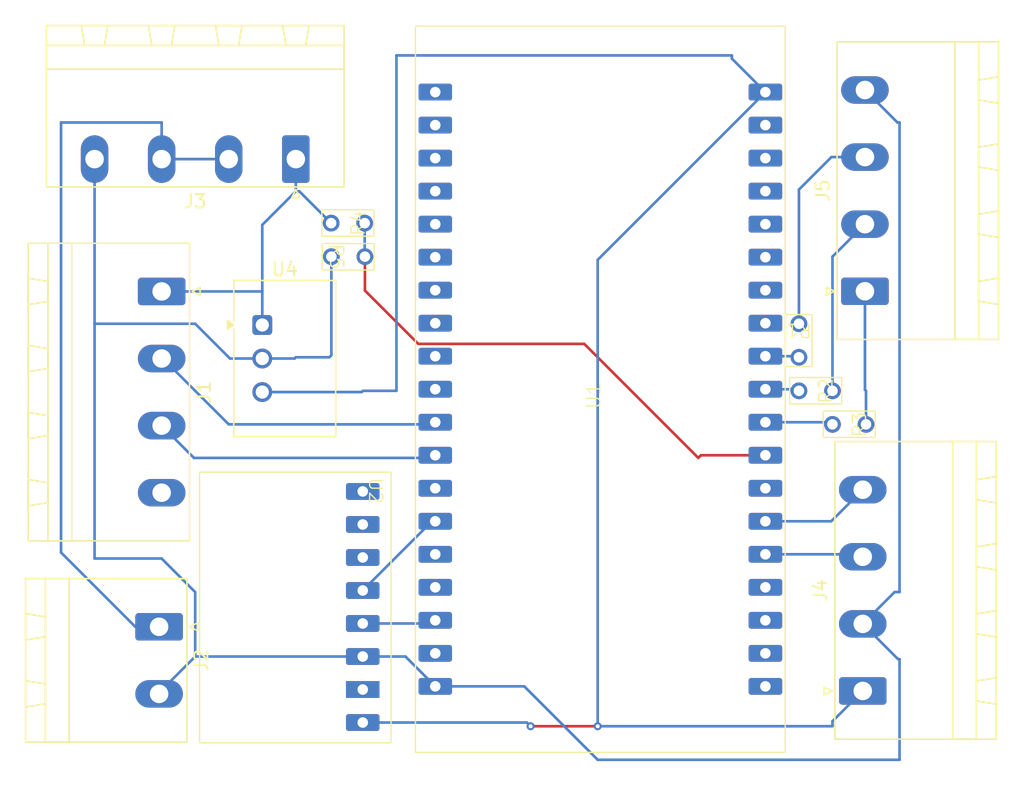
<source format=kicad_pcb>
(kicad_pcb (version 20241229) (generator "pcbnew") (generator_version "9.0")
  (layers (0 "F.Cu" signal) (2 "B.Cu" signal) (13 "F.Paste" user) (15 "B.Paste" user) (5 "F.SilkS" user "F.Silkscreen") (7 "B.SilkS" user "B.Silkscreen") (1 "F.Mask" user) (3 "B.Mask" user) (25 "Edge.Cuts" user))
  (net 0 "")
  (net 1 "Net-(J1-Pin_1)")
  (net 3 "Net-(J1-Pin_2)")
  (net 4 "Net-(J1-Pin_3)")
  (net 5 "Net-(J2-Pin_2)")
  (net 6 "Net-(J2-Pin_1)")
  (net 7 "Net-(J4-Pin_3)")
  (net 8 "Net-(J4-Pin_4)")
  (net 9 "Net-(J5-Pin_2)")
  (net 10 "Net-(J5-Pin_1)")
  (net 11 "Net-(J5-Pin_3)")
  (net 16 "Net-(U1-G22)")
  (net 18 "Net-(U1-G21)")
  (net 24 "Net-(U1-G33)")
  (net 42 "Net-(J4-Pin_1)")
  (net 44 "Net-(U1-G26)")
  (net 45 "Net-(U1-G27)")
  (net 46 "Net-(U1-G25)")
  (footprint "My Symbols Footprints:GY-511" (layer "F.Cu") (at 198.108628 71.120027 -90)
    (property "Reference" "U2" (at -0.056443 -0.978677 270) (layer "F.SilkS") (effects (font (thickness 0.1))))
    (property "Value" "~" (hide yes))
    (fp_rect (start -1.462191 -2.141736) (end 19.037809 12.358264) (stroke (width 0.1)) (fill no) (layer "F.SilkS"))
    (pad "1" thru_hole roundrect (at 17.5 0) (size 2.54 1.27) (drill 0.8) (layers "*.Cu" "*.Mask") (roundrect_rratio 0.15) (net 42 "Net-(J4-Pin_1)"))
    (pad "2" thru_hole rect (at 15 0) (size 2.54 1.27) (drill 0.8) (layers "*.Cu" "*.Mask"))
    (pad "3" thru_hole roundrect (at 12.5 0) (size 2.54 1.27) (drill 0.8) (layers "*.Cu" "*.Mask") (roundrect_rratio 0.15) (net 5 "Net-(J2-Pin_2)"))
    (pad "4" thru_hole roundrect (at 10 0) (size 2.54 1.27) (drill 0.8) (layers "*.Cu" "*.Mask") (roundrect_rratio 0.15) (net 16 "Net-(U1-G22)"))
    (pad "5" thru_hole roundrect (at 7.5 0) (size 2.54 1.27) (drill 0.8) (layers "*.Cu" "*.Mask") (roundrect_rratio 0.15) (net 18 "Net-(U1-G21)"))
    (pad "6" thru_hole roundrect (at 5 0) (size 2.54 1.27) (drill 0.8) (layers "*.Cu" "*.Mask") (roundrect_rratio 0.15))
    (pad "7" thru_hole roundrect (at 2.5 0) (size 2.54 1.27) (drill 0.8) (layers "*.Cu" "*.Mask") (roundrect_rratio 0.15))
    (pad "8" thru_hole roundrect (at 0 0) (size 2.54 1.27) (drill 0.8) (layers "*.Cu" "*.Mask") (roundrect_rratio 0.15))
  )
  (footprint "My Symbols Footprints:Resistor upright" (layer "F.Cu") (at 236.22 66.04 90)
    (property "Reference" "R3" (at 0 -0.5 90) (layer "F.SilkS") (effects (font (thickness 0.1))))
    (property "Value" "68")
    (fp_rect (start -0.991614 -3.240492) (end 1.008497 0.694509) (stroke (width 0.1)) (fill no) (layer "F.SilkS"))
    (pad "1" thru_hole roundrect (at 0 -2.54 90) (size 1.27 1.27) (drill 0.8) (layers "*.Cu" "*.Mask") (roundrect_rratio 0.5) (net 46 "Net-(U1-G25)"))
    (pad "2" thru_hole roundrect (at 0 0 90) (size 1.27 1.27) (drill 0.8) (layers "*.Cu" "*.Mask") (roundrect_rratio 0.5) (net 10 "Net-(J5-Pin_1)"))
  )
  (footprint "Connector_Phoenix_MSTB:PhoenixContact_MSTBA_2,5_4-G-5,08_1x04_P5.08mm_Horizontal" (layer "F.Cu") (at 236.1393 55.959601 90)
    (property "Reference" "J5" (at 7.62 -3.2 90) (layer "F.SilkS"))
    (property "Value" "Indicator LED")
    (fp_line (start 0.3 -2.91) (end 0 -2.31) (stroke (width 0.12)) (layer "F.SilkS"))
    (fp_line (start -0.3 -2.91) (end 0.3 -2.91) (stroke (width 0.12)) (layer "F.SilkS"))
    (fp_line (start 0 -2.31) (end -0.3 -2.91) (stroke (width 0.12)) (layer "F.SilkS"))
    (fp_line (start 18.89 -2.11) (end -3.65 -2.11) (stroke (width 0.12)) (layer "F.SilkS"))
    (fp_line (start -3.65 -2.11) (end -3.65 10.11) (stroke (width 0.12)) (layer "F.SilkS"))
    (fp_line (start 18.89 6.81) (end 18.89 8.61) (stroke (width 0.12)) (layer "F.SilkS"))
    (fp_line (start -3.65 6.81) (end 18.89 6.81) (stroke (width 0.12)) (layer "F.SilkS"))
    (fp_line (start 18.89 8.61) (end -3.65 8.61) (stroke (width 0.12)) (layer "F.SilkS"))
    (fp_line (start 15.99 8.61) (end 14.49 8.61) (stroke (width 0.12)) (layer "F.SilkS"))
    (fp_line (start 14.49 8.61) (end 14.24 10.11) (stroke (width 0.12)) (layer "F.SilkS"))
    (fp_line (start 10.91 8.61) (end 9.41 8.61) (stroke (width 0.12)) (layer "F.SilkS"))
    (fp_line (start 9.41 8.61) (end 9.16 10.11) (stroke (width 0.12)) (layer "F.SilkS"))
    (fp_line (start 5.83 8.61) (end 4.33 8.61) (stroke (width 0.12)) (layer "F.SilkS"))
    (fp_line (start 4.33 8.61) (end 4.08 10.11) (stroke (width 0.12)) (layer "F.SilkS"))
    (fp_line (start 0.75 8.61) (end -0.75 8.61) (stroke (width 0.12)) (layer "F.SilkS"))
    (fp_line (start -0.75 8.61) (end -1 10.11) (stroke (width 0.12)) (layer "F.SilkS"))
    (fp_line (start -3.65 8.61) (end -3.65 6.81) (stroke (width 0.12)) (layer "F.SilkS"))
    (fp_line (start 18.89 10.11) (end 18.89 -2.11) (stroke (width 0.12)) (layer "F.SilkS"))
    (fp_line (start 16.24 10.11) (end 15.99 8.61) (stroke (width 0.12)) (layer "F.SilkS"))
    (fp_line (start 14.24 10.11) (end 16.24 10.11) (stroke (width 0.12)) (layer "F.SilkS"))
    (fp_line (start 11.16 10.11) (end 10.91 8.61) (stroke (width 0.12)) (layer "F.SilkS"))
    (fp_line (start 9.16 10.11) (end 11.16 10.11) (stroke (width 0.12)) (layer "F.SilkS"))
    (fp_line (start 6.08 10.11) (end 5.83 8.61) (stroke (width 0.12)) (layer "F.SilkS"))
    (fp_line (start 4.08 10.11) (end 6.08 10.11) (stroke (width 0.12)) (layer "F.SilkS"))
    (fp_line (start 1 10.11) (end 0.75 8.61) (stroke (width 0.12)) (layer "F.SilkS"))
    (fp_line (start -1 10.11) (end 1 10.11) (stroke (width 0.12)) (layer "F.SilkS"))
    (fp_line (start -3.65 10.11) (end 18.89 10.11) (stroke (width 0.12)) (layer "F.SilkS"))
    (pad "1" thru_hole roundrect (at 0 0 90) (size 2.08 3.6) (drill 1.4) (layers "*.Cu" "*.Mask") (roundrect_rratio 0.120192) (net 10 "Net-(J5-Pin_1)"))
    (pad "2" thru_hole oval (at 5.08 0 90) (size 2.08 3.6) (drill 1.4) (layers "*.Cu" "*.Mask") (net 9 "Net-(J5-Pin_2)"))
    (pad "3" thru_hole oval (at 10.16 0 90) (size 2.08 3.6) (drill 1.4) (layers "*.Cu" "*.Mask") (net 11 "Net-(J5-Pin_3)"))
    (pad "4" thru_hole oval (at 15.24 0 90) (size 2.08 3.6) (drill 1.4) (layers "*.Cu" "*.Mask") (net 5 "Net-(J2-Pin_2)"))
  )
  (footprint "Connector_Phoenix_MSTB:PhoenixContact_MSTBA_2,5_4-G-5,08_1x04_P5.08mm_Horizontal" (layer "F.Cu") (at 182.88 55.974074 -90)
    (property "Reference" "J1" (at 7.62 -3.2 90) (layer "F.SilkS"))
    (property "Value" "Motor/Battery Unit Control")
    (fp_line (start -3.65 10.11) (end 18.89 10.11) (stroke (width 0.12)) (layer "F.SilkS"))
    (fp_line (start -1 10.11) (end 1 10.11) (stroke (width 0.12)) (layer "F.SilkS"))
    (fp_line (start 1 10.11) (end 0.75 8.61) (stroke (width 0.12)) (layer "F.SilkS"))
    (fp_line (start 4.08 10.11) (end 6.08 10.11) (stroke (width 0.12)) (layer "F.SilkS"))
    (fp_line (start 6.08 10.11) (end 5.83 8.61) (stroke (width 0.12)) (layer "F.SilkS"))
    (fp_line (start 9.16 10.11) (end 11.16 10.11) (stroke (width 0.12)) (layer "F.SilkS"))
    (fp_line (start 11.16 10.11) (end 10.91 8.61) (stroke (width 0.12)) (layer "F.SilkS"))
    (fp_line (start 14.24 10.11) (end 16.24 10.11) (stroke (width 0.12)) (layer "F.SilkS"))
    (fp_line (start 16.24 10.11) (end 15.99 8.61) (stroke (width 0.12)) (layer "F.SilkS"))
    (fp_line (start 18.89 10.11) (end 18.89 -2.11) (stroke (width 0.12)) (layer "F.SilkS"))
    (fp_line (start -3.65 8.61) (end -3.65 6.81) (stroke (width 0.12)) (layer "F.SilkS"))
    (fp_line (start -0.75 8.61) (end -1 10.11) (stroke (width 0.12)) (layer "F.SilkS"))
    (fp_line (start 0.75 8.61) (end -0.75 8.61) (stroke (width 0.12)) (layer "F.SilkS"))
    (fp_line (start 4.33 8.61) (end 4.08 10.11) (stroke (width 0.12)) (layer "F.SilkS"))
    (fp_line (start 5.83 8.61) (end 4.33 8.61) (stroke (width 0.12)) (layer "F.SilkS"))
    (fp_line (start 9.41 8.61) (end 9.16 10.11) (stroke (width 0.12)) (layer "F.SilkS"))
    (fp_line (start 10.91 8.61) (end 9.41 8.61) (stroke (width 0.12)) (layer "F.SilkS"))
    (fp_line (start 14.49 8.61) (end 14.24 10.11) (stroke (width 0.12)) (layer "F.SilkS"))
    (fp_line (start 15.99 8.61) (end 14.49 8.61) (stroke (width 0.12)) (layer "F.SilkS"))
    (fp_line (start 18.89 8.61) (end -3.65 8.61) (stroke (width 0.12)) (layer "F.SilkS"))
    (fp_line (start -3.65 6.81) (end 18.89 6.81) (stroke (width 0.12)) (layer "F.SilkS"))
    (fp_line (start 18.89 6.81) (end 18.89 8.61) (stroke (width 0.12)) (layer "F.SilkS"))
    (fp_line (start -3.65 -2.11) (end -3.65 10.11) (stroke (width 0.12)) (layer "F.SilkS"))
    (fp_line (start 18.89 -2.11) (end -3.65 -2.11) (stroke (width 0.12)) (layer "F.SilkS"))
    (fp_line (start 0 -2.31) (end -0.3 -2.91) (stroke (width 0.12)) (layer "F.SilkS"))
    (fp_line (start -0.3 -2.91) (end 0.3 -2.91) (stroke (width 0.12)) (layer "F.SilkS"))
    (fp_line (start 0.3 -2.91) (end 0 -2.31) (stroke (width 0.12)) (layer "F.SilkS"))
    (pad "1" thru_hole roundrect (at 0 0 270) (size 2.08 3.6) (drill 1.4) (layers "*.Cu" "*.Mask") (roundrect_rratio 0.120192) (net 1 "Net-(J1-Pin_1)"))
    (pad "2" thru_hole oval (at 5.08 0 270) (size 2.08 3.6) (drill 1.4) (layers "*.Cu" "*.Mask") (net 3 "Net-(J1-Pin_2)"))
    (pad "3" thru_hole oval (at 10.16 0 270) (size 2.08 3.6) (drill 1.4) (layers "*.Cu" "*.Mask") (net 4 "Net-(J1-Pin_3)"))
    (pad "4" thru_hole oval (at 15.24 0 270) (size 2.08 3.6) (drill 1.4) (layers "*.Cu" "*.Mask"))
  )
  (footprint "My Symbols Footprints:Resistor upright" (layer "F.Cu") (at 198.254395 50.8 90)
    (property "Reference" "R4" (at 0 -0.5 90) (layer "F.SilkS") (effects (font (thickness 0.1))))
    (property "Value" "100k")
    (fp_rect (start -0.991614 -3.240492) (end 1.008497 0.694509) (stroke (width 0.1)) (fill no) (layer "F.SilkS"))
    (pad "1" thru_hole roundrect (at 0 -2.54 90) (size 1.27 1.27) (drill 0.8) (layers "*.Cu" "*.Mask") (roundrect_rratio 0.5) (net 1 "Net-(J1-Pin_1)"))
    (pad "2" thru_hole roundrect (at 0 0 90) (size 1.27 1.27) (drill 0.8) (layers "*.Cu" "*.Mask") (roundrect_rratio 0.5) (net 24 "Net-(U1-G33)"))
  )
  (footprint "My Symbols Footprints:ESP WROOM 32" (layer "F.Cu") (at 216.1 63.88 90)
    (property "Reference" "U1" (at 0 -0.5 90) (layer "F.SilkS") (effects (font (thickness 0.1))))
    (property "Value" "~")
    (fp_rect (start -27 -14) (end 28 14) (stroke (width 0.1)) (fill no) (layer "F.SilkS"))
    (pad "1" thru_hole roundrect (at 23 -12.5) (size 2.54 1.27) (drill 0.8) (layers "*.Cu" "*.Mask") (roundrect_rratio 0.15))
    (pad "2" thru_hole roundrect (at 20.5 -12.5) (size 2.54 1.27) (drill 0.8) (layers "*.Cu" "*.Mask") (roundrect_rratio 0.15))
    (pad "3" thru_hole roundrect (at 18 -12.5) (size 2.54 1.27) (drill 0.8) (layers "*.Cu" "*.Mask") (roundrect_rratio 0.15))
    (pad "4" thru_hole roundrect (at 15.5 -12.5) (size 2.54 1.27) (drill 0.8) (layers "*.Cu" "*.Mask") (roundrect_rratio 0.15))
    (pad "5" thru_hole roundrect (at 13 -12.5) (size 2.54 1.27) (drill 0.8) (layers "*.Cu" "*.Mask") (roundrect_rratio 0.15))
    (pad "6" thru_hole roundrect (at 10.5 -12.5) (size 2.54 1.27) (drill 0.8) (layers "*.Cu" "*.Mask") (roundrect_rratio 0.15))
    (pad "7" thru_hole roundrect (at 8 -12.5) (size 2.54 1.27) (drill 0.8) (layers "*.Cu" "*.Mask") (roundrect_rratio 0.15))
    (pad "8" thru_hole roundrect (at 5.5 -12.5) (size 2.54 1.27) (drill 0.8) (layers "*.Cu" "*.Mask") (roundrect_rratio 0.15))
    (pad "9" thru_hole roundrect (at 3 -12.5) (size 2.54 1.27) (drill 0.8) (layers "*.Cu" "*.Mask") (roundrect_rratio 0.15))
    (pad "10" thru_hole roundrect (at 0.5 -12.5) (size 2.54 1.27) (drill 0.8) (layers "*.Cu" "*.Mask") (roundrect_rratio 0.15))
    (pad "11" thru_hole roundrect (at -2 -12.5) (size 2.54 1.27) (drill 0.8) (layers "*.Cu" "*.Mask") (roundrect_rratio 0.15) (net 3 "Net-(J1-Pin_2)"))
    (pad "12" thru_hole roundrect (at -4.5 -12.5) (size 2.54 1.27) (drill 0.8) (layers "*.Cu" "*.Mask") (roundrect_rratio 0.15) (net 4 "Net-(J1-Pin_3)"))
    (pad "13" thru_hole roundrect (at -7 -12.5) (size 2.54 1.27) (drill 0.8) (layers "*.Cu" "*.Mask") (roundrect_rratio 0.15))
    (pad "14" thru_hole roundrect (at -9.5 -12.5) (size 2.54 1.27) (drill 0.8) (layers "*.Cu" "*.Mask") (roundrect_rratio 0.15) (net 18 "Net-(U1-G21)"))
    (pad "15" thru_hole roundrect (at -12 -12.5) (size 2.54 1.27) (drill 0.8) (layers "*.Cu" "*.Mask") (roundrect_rratio 0.15))
    (pad "16" thru_hole roundrect (at -14.5 -12.5) (size 2.54 1.27) (drill 0.8) (layers "*.Cu" "*.Mask") (roundrect_rratio 0.15))
    (pad "17" thru_hole roundrect (at -17 -12.5) (size 2.54 1.27) (drill 0.8) (layers "*.Cu" "*.Mask") (roundrect_rratio 0.15) (net 16 "Net-(U1-G22)"))
    (pad "18" thru_hole roundrect (at -19.5 -12.5) (size 2.54 1.27) (drill 0.8) (layers "*.Cu" "*.Mask") (roundrect_rratio 0.15))
    (pad "19" thru_hole roundrect (at -22 -12.5) (size 2.54 1.27) (drill 0.8) (layers "*.Cu" "*.Mask") (roundrect_rratio 0.15) (net 5 "Net-(J2-Pin_2)"))
    (pad "20" thru_hole roundrect (at -22 12.5) (size 2.54 1.27) (drill 0.8) (layers "*.Cu" "*.Mask") (roundrect_rratio 0.15))
    (pad "21" thru_hole roundrect (at -19.5 12.5) (size 2.54 1.27) (drill 0.8) (layers "*.Cu" "*.Mask") (roundrect_rratio 0.15))
    (pad "22" thru_hole roundrect (at -17 12.5) (size 2.54 1.27) (drill 0.8) (layers "*.Cu" "*.Mask") (roundrect_rratio 0.15))
    (pad "23" thru_hole roundrect (at -14.5 12.5) (size 2.54 1.27) (drill 0.8) (layers "*.Cu" "*.Mask") (roundrect_rratio 0.15))
    (pad "24" thru_hole roundrect (at -12 12.5) (size 2.54 1.27) (drill 0.8) (layers "*.Cu" "*.Mask") (roundrect_rratio 0.15) (net 7 "Net-(J4-Pin_3)"))
    (pad "25" thru_hole roundrect (at -9.5 12.5) (size 2.54 1.27) (drill 0.8) (layers "*.Cu" "*.Mask") (roundrect_rratio 0.15) (net 8 "Net-(J4-Pin_4)"))
    (pad "26" thru_hole roundrect (at -7 12.5) (size 2.54 1.27) (drill 0.8) (layers "*.Cu" "*.Mask") (roundrect_rratio 0.15))
    (pad "27" thru_hole roundrect (at -4.5 12.5) (size 2.54 1.27) (drill 0.8) (layers "*.Cu" "*.Mask") (roundrect_rratio 0.15) (net 24 "Net-(U1-G33)"))
    (pad "28" thru_hole roundrect (at -2 12.5) (size 2.54 1.27) (drill 0.8) (layers "*.Cu" "*.Mask") (roundrect_rratio 0.15) (net 46 "Net-(U1-G25)"))
    (pad "29" thru_hole roundrect (at 0.5 12.5) (size 2.54 1.27) (drill 0.8) (layers "*.Cu" "*.Mask") (roundrect_rratio 0.15) (net 44 "Net-(U1-G26)"))
    (pad "30" thru_hole roundrect (at 3 12.5) (size 2.54 1.27) (drill 0.8) (layers "*.Cu" "*.Mask") (roundrect_rratio 0.15) (net 45 "Net-(U1-G27)"))
    (pad "31" thru_hole roundrect (at 5.5 12.5) (size 2.54 1.27) (drill 0.8) (layers "*.Cu" "*.Mask") (roundrect_rratio 0.15))
    (pad "32" thru_hole roundrect (at 8 12.5) (size 2.54 1.27) (drill 0.8) (layers "*.Cu" "*.Mask") (roundrect_rratio 0.15))
    (pad "33" thru_hole roundrect (at 10.5 12.5) (size 2.54 1.27) (drill 0.8) (layers "*.Cu" "*.Mask") (roundrect_rratio 0.15))
    (pad "34" thru_hole roundrect (at 13 12.5) (size 2.54 1.27) (drill 0.8) (layers "*.Cu" "*.Mask") (roundrect_rratio 0.15))
    (pad "35" thru_hole roundrect (at 15.5 12.5) (size 2.54 1.27) (drill 0.8) (layers "*.Cu" "*.Mask") (roundrect_rratio 0.15))
    (pad "36" thru_hole roundrect (at 18 12.5) (size 2.54 1.27) (drill 0.8) (layers "*.Cu" "*.Mask") (roundrect_rratio 0.15))
    (pad "37" thru_hole roundrect (at 20.5 12.5) (size 2.54 1.27) (drill 0.8) (layers "*.Cu" "*.Mask") (roundrect_rratio 0.15))
    (pad "38" thru_hole roundrect (at 23 12.5) (size 2.54 1.27) (drill 0.8) (layers "*.Cu" "*.Mask") (roundrect_rratio 0.15) (net 42 "Net-(J4-Pin_1)"))
  )
  (footprint "Connector_Phoenix_MSTB:PhoenixContact_MSTBA_2,5_4-G-5,08_1x04_P5.08mm_Horizontal" (layer "F.Cu") (at 193.04 45.951631 180)
    (property "Reference" "J3" (at 7.62 -3.2 0) (layer "F.SilkS"))
    (property "Value" "Power Switch")
    (fp_line (start 18.89 10.11) (end 18.89 -2.11) (stroke (width 0.12)) (layer "F.SilkS"))
    (fp_line (start 18.89 8.61) (end -3.65 8.61) (stroke (width 0.12)) (layer "F.SilkS"))
    (fp_line (start 18.89 6.81) (end 18.89 8.61) (stroke (width 0.12)) (layer "F.SilkS"))
    (fp_line (start 18.89 -2.11) (end -3.65 -2.11) (stroke (width 0.12)) (layer "F.SilkS"))
    (fp_line (start 16.24 10.11) (end 15.99 8.61) (stroke (width 0.12)) (layer "F.SilkS"))
    (fp_line (start 15.99 8.61) (end 14.49 8.61) (stroke (width 0.12)) (layer "F.SilkS"))
    (fp_line (start 14.49 8.61) (end 14.24 10.11) (stroke (width 0.12)) (layer "F.SilkS"))
    (fp_line (start 14.24 10.11) (end 16.24 10.11) (stroke (width 0.12)) (layer "F.SilkS"))
    (fp_line (start 11.16 10.11) (end 10.91 8.61) (stroke (width 0.12)) (layer "F.SilkS"))
    (fp_line (start 10.91 8.61) (end 9.41 8.61) (stroke (width 0.12)) (layer "F.SilkS"))
    (fp_line (start 9.41 8.61) (end 9.16 10.11) (stroke (width 0.12)) (layer "F.SilkS"))
    (fp_line (start 9.16 10.11) (end 11.16 10.11) (stroke (width 0.12)) (layer "F.SilkS"))
    (fp_line (start 6.08 10.11) (end 5.83 8.61) (stroke (width 0.12)) (layer "F.SilkS"))
    (fp_line (start 5.83 8.61) (end 4.33 8.61) (stroke (width 0.12)) (layer "F.SilkS"))
    (fp_line (start 4.33 8.61) (end 4.08 10.11) (stroke (width 0.12)) (layer "F.SilkS"))
    (fp_line (start 4.08 10.11) (end 6.08 10.11) (stroke (width 0.12)) (layer "F.SilkS"))
    (fp_line (start 1 10.11) (end 0.75 8.61) (stroke (width 0.12)) (layer "F.SilkS"))
    (fp_line (start 0.75 8.61) (end -0.75 8.61) (stroke (width 0.12)) (layer "F.SilkS"))
    (fp_line (start 0.3 -2.91) (end 0 -2.31) (stroke (width 0.12)) (layer "F.SilkS"))
    (fp_line (start 0 -2.31) (end -0.3 -2.91) (stroke (width 0.12)) (layer "F.SilkS"))
    (fp_line (start -0.3 -2.91) (end 0.3 -2.91) (stroke (width 0.12)) (layer "F.SilkS"))
    (fp_line (start -0.75 8.61) (end -1 10.11) (stroke (width 0.12)) (layer "F.SilkS"))
    (fp_line (start -1 10.11) (end 1 10.11) (stroke (width 0.12)) (layer "F.SilkS"))
    (fp_line (start -3.65 10.11) (end 18.89 10.11) (stroke (width 0.12)) (layer "F.SilkS"))
    (fp_line (start -3.65 8.61) (end -3.65 6.81) (stroke (width 0.12)) (layer "F.SilkS"))
    (fp_line (start -3.65 6.81) (end 18.89 6.81) (stroke (width 0.12)) (layer "F.SilkS"))
    (fp_line (start -3.65 -2.11) (end -3.65 10.11) (stroke (width 0.12)) (layer "F.SilkS"))
    (pad "1" thru_hole roundrect (at 0 0 180) (size 2.08 3.6) (drill 1.4) (layers "*.Cu" "*.Mask") (roundrect_rratio 0.120192) (net 1 "Net-(J1-Pin_1)"))
    (pad "2" thru_hole oval (at 5.08 0 180) (size 2.08 3.6) (drill 1.4) (layers "*.Cu" "*.Mask") (net 6 "Net-(J2-Pin_1)"))
    (pad "3" thru_hole oval (at 10.16 0 180) (size 2.08 3.6) (drill 1.4) (layers "*.Cu" "*.Mask") (net 6 "Net-(J2-Pin_1)"))
    (pad "4" thru_hole oval (at 15.24 0 180) (size 2.08 3.6) (drill 1.4) (layers "*.Cu" "*.Mask") (net 5 "Net-(J2-Pin_2)"))
  )
  (footprint "My Symbols Footprints:Resistor upright" (layer "F.Cu") (at 195.731492 53.34 -90)
    (property "Reference" "R5" (at 0 -0.4 270) (layer "F.SilkS") (effects (font (thickness 0.1))))
    (property "Value" "27k")
    (fp_rect (start -0.991614 -3.240492) (end 1.008497 0.694509) (stroke (width 0.1)) (fill no) (layer "F.SilkS"))
    (pad "1" thru_hole roundrect (at 0 -2.54 270) (size 1.27 1.27) (drill 0.8) (layers "*.Cu" "*.Mask") (roundrect_rratio 0.5) (net 24 "Net-(U1-G33)"))
    (pad "2" thru_hole roundrect (at 0 0 270) (size 1.27 1.27) (drill 0.8) (layers "*.Cu" "*.Mask") (roundrect_rratio 0.5) (net 5 "Net-(J2-Pin_2)"))
  )
  (footprint "Connector_Phoenix_MSTB:PhoenixContact_MSTBA_2,5_4-G-5,08_1x04_P5.08mm_Horizontal" (layer "F.Cu") (at 235.973896 86.228709 90)
    (property "Reference" "J4" (at 7.62 -3.2 90) (layer "F.SilkS"))
    (property "Value" "NEO")
    (fp_line (start 0.3 -2.91) (end 0 -2.31) (stroke (width 0.12)) (layer "F.SilkS"))
    (fp_line (start -0.3 -2.91) (end 0.3 -2.91) (stroke (width 0.12)) (layer "F.SilkS"))
    (fp_line (start 0 -2.31) (end -0.3 -2.91) (stroke (width 0.12)) (layer "F.SilkS"))
    (fp_line (start 18.89 -2.11) (end -3.65 -2.11) (stroke (width 0.12)) (layer "F.SilkS"))
    (fp_line (start -3.65 -2.11) (end -3.65 10.11) (stroke (width 0.12)) (layer "F.SilkS"))
    (fp_line (start 18.89 6.81) (end 18.89 8.61) (stroke (width 0.12)) (layer "F.SilkS"))
    (fp_line (start -3.65 6.81) (end 18.89 6.81) (stroke (width 0.12)) (layer "F.SilkS"))
    (fp_line (start 18.89 8.61) (end -3.65 8.61) (stroke (width 0.12)) (layer "F.SilkS"))
    (fp_line (start 15.99 8.61) (end 14.49 8.61) (stroke (width 0.12)) (layer "F.SilkS"))
    (fp_line (start 14.49 8.61) (end 14.24 10.11) (stroke (width 0.12)) (layer "F.SilkS"))
    (fp_line (start 10.91 8.61) (end 9.41 8.61) (stroke (width 0.12)) (layer "F.SilkS"))
    (fp_line (start 9.41 8.61) (end 9.16 10.11) (stroke (width 0.12)) (layer "F.SilkS"))
    (fp_line (start 5.83 8.61) (end 4.33 8.61) (stroke (width 0.12)) (layer "F.SilkS"))
    (fp_line (start 4.33 8.61) (end 4.08 10.11) (stroke (width 0.12)) (layer "F.SilkS"))
    (fp_line (start 0.75 8.61) (end -0.75 8.61) (stroke (width 0.12)) (layer "F.SilkS"))
    (fp_line (start -0.75 8.61) (end -1 10.11) (stroke (width 0.12)) (layer "F.SilkS"))
    (fp_line (start -3.65 8.61) (end -3.65 6.81) (stroke (width 0.12)) (layer "F.SilkS"))
    (fp_line (start 18.89 10.11) (end 18.89 -2.11) (stroke (width 0.12)) (layer "F.SilkS"))
    (fp_line (start 16.24 10.11) (end 15.99 8.61) (stroke (width 0.12)) (layer "F.SilkS"))
    (fp_line (start 14.24 10.11) (end 16.24 10.11) (stroke (width 0.12)) (layer "F.SilkS"))
    (fp_line (start 11.16 10.11) (end 10.91 8.61) (stroke (width 0.12)) (layer "F.SilkS"))
    (fp_line (start 9.16 10.11) (end 11.16 10.11) (stroke (width 0.12)) (layer "F.SilkS"))
    (fp_line (start 6.08 10.11) (end 5.83 8.61) (stroke (width 0.12)) (layer "F.SilkS"))
    (fp_line (start 4.08 10.11) (end 6.08 10.11) (stroke (width 0.12)) (layer "F.SilkS"))
    (fp_line (start 1 10.11) (end 0.75 8.61) (stroke (width 0.12)) (layer "F.SilkS"))
    (fp_line (start -1 10.11) (end 1 10.11) (stroke (width 0.12)) (layer "F.SilkS"))
    (fp_line (start -3.65 10.11) (end 18.89 10.11) (stroke (width 0.12)) (layer "F.SilkS"))
    (pad "1" thru_hole roundrect (at 0 0 90) (size 2.08 3.6) (drill 1.4) (layers "*.Cu" "*.Mask") (roundrect_rratio 0.120192) (net 42 "Net-(J4-Pin_1)"))
    (pad "2" thru_hole oval (at 5.08 0 90) (size 2.08 3.6) (drill 1.4) (layers "*.Cu" "*.Mask") (net 5 "Net-(J2-Pin_2)"))
    (pad "3" thru_hole oval (at 10.16 0 90) (size 2.08 3.6) (drill 1.4) (layers "*.Cu" "*.Mask") (net 7 "Net-(J4-Pin_3)"))
    (pad "4" thru_hole oval (at 15.24 0 90) (size 2.08 3.6) (drill 1.4) (layers "*.Cu" "*.Mask") (net 8 "Net-(J4-Pin_4)"))
  )
  (footprint "Converter_DCDC:Converter_DCDC_TRACO_TSR1-xxxxE_THT" (layer "F.Cu") (at 190.5 58.514074)
    (property "Reference" "U4" (at 1.7 -4.21 0) (layer "F.SilkS"))
    (property "Value" "TSR1-2450E")
    (fp_line (start -2.16 -3.37) (end 5.56 -3.37) (stroke (width 0.12)) (layer "F.SilkS"))
    (fp_line (start -2.16 -0.296) (end -2.16 -3.37) (stroke (width 0.12)) (layer "F.SilkS"))
    (fp_line (start -2.16 8.45) (end -2.16 0.296) (stroke (width 0.12)) (layer "F.SilkS"))
    (fp_line (start 5.56 -3.37) (end 5.56 8.45) (stroke (width 0.12)) (layer "F.SilkS"))
    (fp_line (start 5.56 8.45) (end -2.16 8.45) (stroke (width 0.12)) (layer "F.SilkS"))
    (fp_poly (pts (xy -2.16 0) (xy -2.63 0.34) (xy -2.63 -0.34)) (stroke (width 0.12)) (fill yes) (layer "F.SilkS"))
    (pad "1" thru_hole roundrect (at 0 0) (size 1.5 1.5) (drill 1) (layers "*.Cu" "*.Mask") (roundrect_rratio 0.166667) (net 1 "Net-(J1-Pin_1)"))
    (pad "2" thru_hole circle (at 0 2.54) (size 1.5 1.5) (drill 1) (layers "*.Cu" "*.Mask") (net 5 "Net-(J2-Pin_2)"))
    (pad "3" thru_hole circle (at 0 5.08) (size 1.5 1.5) (drill 1) (layers "*.Cu" "*.Mask") (net 42 "Net-(J4-Pin_1)"))
  )
  (footprint "Connector_Phoenix_MSTB:PhoenixContact_MSTBA_2,5_2-G-5,08_1x02_P5.08mm_Horizontal" (layer "F.Cu") (at 182.686057 81.370107 -90)
    (property "Reference" "J2" (at 2.54 -3.2 90) (layer "F.SilkS"))
    (property "Value" "Motor/Battery Unit Power")
    (fp_line (start -3.65 10.11) (end 8.73 10.11) (stroke (width 0.12)) (layer "F.SilkS"))
    (fp_line (start -1 10.11) (end 1 10.11) (stroke (width 0.12)) (layer "F.SilkS"))
    (fp_line (start 1 10.11) (end 0.75 8.61) (stroke (width 0.12)) (layer "F.SilkS"))
    (fp_line (start 4.08 10.11) (end 6.08 10.11) (stroke (width 0.12)) (layer "F.SilkS"))
    (fp_line (start 6.08 10.11) (end 5.83 8.61) (stroke (width 0.12)) (layer "F.SilkS"))
    (fp_line (start 8.73 10.11) (end 8.73 -2.11) (stroke (width 0.12)) (layer "F.SilkS"))
    (fp_line (start -3.65 8.61) (end -3.65 6.81) (stroke (width 0.12)) (layer "F.SilkS"))
    (fp_line (start -0.75 8.61) (end -1 10.11) (stroke (width 0.12)) (layer "F.SilkS"))
    (fp_line (start 0.75 8.61) (end -0.75 8.61) (stroke (width 0.12)) (layer "F.SilkS"))
    (fp_line (start 4.33 8.61) (end 4.08 10.11) (stroke (width 0.12)) (layer "F.SilkS"))
    (fp_line (start 5.83 8.61) (end 4.33 8.61) (stroke (width 0.12)) (layer "F.SilkS"))
    (fp_line (start 8.73 8.61) (end -3.65 8.61) (stroke (width 0.12)) (layer "F.SilkS"))
    (fp_line (start -3.65 6.81) (end 8.73 6.81) (stroke (width 0.12)) (layer "F.SilkS"))
    (fp_line (start 8.73 6.81) (end 8.73 8.61) (stroke (width 0.12)) (layer "F.SilkS"))
    (fp_line (start -3.65 -2.11) (end -3.65 10.11) (stroke (width 0.12)) (layer "F.SilkS"))
    (fp_line (start 8.73 -2.11) (end -3.65 -2.11) (stroke (width 0.12)) (layer "F.SilkS"))
    (fp_line (start 0 -2.31) (end -0.3 -2.91) (stroke (width 0.12)) (layer "F.SilkS"))
    (fp_line (start -0.3 -2.91) (end 0.3 -2.91) (stroke (width 0.12)) (layer "F.SilkS"))
    (fp_line (start 0.3 -2.91) (end 0 -2.31) (stroke (width 0.12)) (layer "F.SilkS"))
    (pad "1" thru_hole roundrect (at 0 0 270) (size 2.08 3.6) (drill 1.4) (layers "*.Cu" "*.Mask") (roundrect_rratio 0.120192) (net 6 "Net-(J2-Pin_1)"))
    (pad "2" thru_hole oval (at 5.08 0 270) (size 2.08 3.6) (drill 1.4) (layers "*.Cu" "*.Mask") (net 5 "Net-(J2-Pin_2)"))
  )
  (footprint "My Symbols Footprints:Resistor upright" (layer "F.Cu") (at 233.68 63.5 90)
    (property "Reference" "R2" (at 0 -0.5 90) (layer "F.SilkS") (effects (font (thickness 0.1))))
    (property "Value" "68")
    (fp_rect (start -0.991614 -3.240492) (end 1.008497 0.694509) (stroke (width 0.1)) (fill no) (layer "F.SilkS"))
    (pad "1" thru_hole roundrect (at 0 -2.54 90) (size 1.27 1.27) (drill 0.8) (layers "*.Cu" "*.Mask") (roundrect_rratio 0.5) (net 44 "Net-(U1-G26)"))
    (pad "2" thru_hole roundrect (at 0 0 90) (size 1.27 1.27) (drill 0.8) (layers "*.Cu" "*.Mask") (roundrect_rratio 0.5) (net 9 "Net-(J5-Pin_2)"))
  )
  (footprint "My Symbols Footprints:Resistor upright" (layer "F.Cu") (at 231.14 58.42 180)
    (property "Reference" "R1" (at 0 -0.5 180) (layer "F.SilkS") (effects (font (thickness 0.1))))
    (property "Value" "22")
    (fp_rect (start -0.991614 -3.240492) (end 1.008497 0.694509) (stroke (width 0.1)) (fill no) (layer "F.SilkS"))
    (pad "1" thru_hole roundrect (at 0 -2.54 180) (size 1.27 1.27) (drill 0.8) (layers "*.Cu" "*.Mask") (roundrect_rratio 0.5) (net 45 "Net-(U1-G27)"))
    (pad "2" thru_hole roundrect (at 0 0 180) (size 1.27 1.27) (drill 0.8) (layers "*.Cu" "*.Mask") (roundrect_rratio 0.5) (net 11 "Net-(J5-Pin_3)"))
  )
  (segment (start 193.04 48.393421) (end 193.04 45.951631) (width 0.2) (layer "B.Cu") (net 1))
  (segment (start 193.04 48.393421) (end 193.307816 48.393421) (width 0.2) (layer "B.Cu") (net 1))
  (segment (start 193.307816 48.393421) (end 195.714395 50.8) (width 0.2) (layer "B.Cu") (net 1))
  (segment (start 190.5 55.974074) (end 182.88 55.974074) (width 0.2) (layer "B.Cu") (net 1))
  (segment (start 190.5 55.974074) (end 190.5 58.113074) (width 0.2) (layer "B.Cu") (net 1))
  (segment (start 190.5 50.933421) (end 193.04 48.393421) (width 0.2) (layer "B.Cu") (net 1))
  (segment (start 190.5 55.974074) (end 190.5 50.933421) (width 0.2) (layer "B.Cu") (net 1))
  (segment (start 182.974074 61.054074) (end 187.96 66.04) (width 0.2) (layer "B.Cu") (net 3))
  (segment (start 187.96 66.04) (end 203.44 66.04) (width 0.2) (layer "B.Cu") (net 3))
  (segment (start 203.44 66.04) (end 203.6 65.88) (width 0.2) (layer "B.Cu") (net 3))
  (segment (start 182.88 61.054074) (end 182.974074 61.054074) (width 0.2) (layer "B.Cu") (net 3))
  (segment (start 182.88 66.134074) (end 185.325926 68.58) (width 0.2) (layer "B.Cu") (net 4))
  (segment (start 185.325926 68.58) (end 203.4 68.58) (width 0.2) (layer "B.Cu") (net 4))
  (segment (start 203.4 68.58) (end 203.6 68.38) (width 0.2) (layer "B.Cu") (net 4))
  (segment (start 195.731492 53.34) (end 195.731492 60.808508) (width 0.2) (layer "B.Cu") (net 5))
  (segment (start 210.34 85.88) (end 215.9 91.44) (width 0.2) (layer "B.Cu") (net 5))
  (segment (start 238.76 43.18) (end 238.599699 43.18) (width 0.2) (layer "B.Cu") (net 5))
  (segment (start 182.88 76.2) (end 185.42 78.74) (width 0.2) (layer "B.Cu") (net 5))
  (segment (start 190.5 61.054074) (end 188.054074 61.054074) (width 0.2) (layer "B.Cu") (net 5))
  (segment (start 215.9 91.44) (end 238.76 91.44) (width 0.2) (layer "B.Cu") (net 5))
  (segment (start 195.58 60.96) (end 193.04 60.96) (width 0.2) (layer "B.Cu") (net 5))
  (segment (start 198.108628 83.620027) (end 201.340027 83.620027) (width 0.2) (layer "B.Cu") (net 5))
  (segment (start 238.645187 83.82) (end 235.973896 81.148709) (width 0.2) (layer "B.Cu") (net 5))
  (segment (start 198.108628 83.620027) (end 185.42 83.620027) (width 0.2) (layer "B.Cu") (net 5))
  (segment (start 195.731492 60.808508) (end 195.58 60.96) (width 0.2) (layer "B.Cu") (net 5))
  (segment (start 177.8 58.42) (end 177.8 76.2) (width 0.2) (layer "B.Cu") (net 5))
  (segment (start 235.973896 81.148709) (end 238.382605 78.74) (width 0.2) (layer "B.Cu") (net 5))
  (segment (start 177.8 58.42) (end 177.8 45.951631) (width 0.2) (layer "B.Cu") (net 5))
  (segment (start 203.6 85.88) (end 210.34 85.88) (width 0.2) (layer "B.Cu") (net 5))
  (segment (start 185.42 58.42) (end 177.8 58.42) (width 0.2) (layer "B.Cu") (net 5))
  (segment (start 192.945926 61.054074) (end 190.5 61.054074) (width 0.2) (layer "B.Cu") (net 5))
  (segment (start 182.686057 86.35397) (end 185.42 83.620027) (width 0.2) (layer "B.Cu") (net 5))
  (segment (start 185.42 78.74) (end 185.42 83.620027) (width 0.2) (layer "B.Cu") (net 5))
  (segment (start 238.76 78.74) (end 238.76 43.18) (width 0.2) (layer "B.Cu") (net 5))
  (segment (start 238.382605 78.74) (end 238.76 78.74) (width 0.2) (layer "B.Cu") (net 5))
  (segment (start 238.76 83.82) (end 238.645187 83.82) (width 0.2) (layer "B.Cu") (net 5))
  (segment (start 188.054074 61.054074) (end 185.42 58.42) (width 0.2) (layer "B.Cu") (net 5))
  (segment (start 238.76 91.44) (end 238.76 83.82) (width 0.2) (layer "B.Cu") (net 5))
  (segment (start 201.340027 83.620027) (end 203.6 85.88) (width 0.2) (layer "B.Cu") (net 5))
  (segment (start 182.686057 86.450107) (end 182.686057 86.35397) (width 0.2) (layer "B.Cu") (net 5))
  (segment (start 193.04 60.96) (end 192.945926 61.054074) (width 0.2) (layer "B.Cu") (net 5))
  (segment (start 177.8 76.2) (end 182.88 76.2) (width 0.2) (layer "B.Cu") (net 5))
  (segment (start 238.599699 43.18) (end 236.1393 40.719601) (width 0.2) (layer "B.Cu") (net 5))
  (segment (start 182.686057 81.370107) (end 180.886058 81.370107) (width 0.2) (layer "B.Cu") (net 6))
  (segment (start 182.88 43.18) (end 182.88 45.951631) (width 0.2) (layer "B.Cu") (net 6))
  (segment (start 175.26 75.744049) (end 175.26 43.18) (width 0.2) (layer "B.Cu") (net 6))
  (segment (start 187.96 45.951631) (end 182.88 45.951631) (width 0.2) (layer "B.Cu") (net 6))
  (segment (start 180.886058 81.370107) (end 175.26 75.744049) (width 0.2) (layer "B.Cu") (net 6))
  (segment (start 175.26 43.18) (end 182.88 43.18) (width 0.2) (layer "B.Cu") (net 6))
  (segment (start 235.785187 75.88) (end 235.973896 76.068709) (width 0.2) (layer "B.Cu") (net 7))
  (segment (start 228.6 75.88) (end 235.785187 75.88) (width 0.2) (layer "B.Cu") (net 7))
  (segment (start 233.582605 73.38) (end 235.973896 70.988709) (width 0.2) (layer "B.Cu") (net 8))
  (segment (start 228.6 73.38) (end 233.582605 73.38) (width 0.2) (layer "B.Cu") (net 8))
  (segment (start 233.68 63.5) (end 233.68 53.338901) (width 0.2) (layer "B.Cu") (net 9))
  (segment (start 233.68 53.338901) (end 236.1393 50.879601) (width 0.2) (layer "B.Cu") (net 9))
  (segment (start 236.22 66.04) (end 236.22 63.5) (width 0.2) (layer "B.Cu") (net 10))
  (segment (start 236.1393 63.4193) (end 236.1393 55.959601) (width 0.2) (layer "B.Cu") (net 10))
  (segment (start 236.22 63.5) (end 236.1393 63.4193) (width 0.2) (layer "B.Cu") (net 10))
  (segment (start 231.14 58.42) (end 231.14 48.26) (width 0.2) (layer "B.Cu") (net 11))
  (segment (start 233.600399 45.799601) (end 236.1393 45.799601) (width 0.2) (layer "B.Cu") (net 11))
  (segment (start 231.14 48.26) (end 233.600399 45.799601) (width 0.2) (layer "B.Cu") (net 11))
  (segment (start 203.359973 81.120027) (end 203.6 80.88) (width 0.2) (layer "B.Cu") (net 16))
  (segment (start 198.108628 81.120027) (end 203.359973 81.120027) (width 0.2) (layer "B.Cu") (net 16))
  (segment (start 198.108628 78.620027) (end 203.348655 73.38) (width 0.2) (layer "B.Cu") (net 18))
  (segment (start 203.348655 73.38) (end 203.6 73.38) (width 0.2) (layer "B.Cu") (net 18))
  (segment (start 198.271492 55.903858) (end 202.311634 59.944) (width 0.2) (layer "F.Cu") (net 24))
  (segment (start 202.311634 59.944) (end 214.884 59.944) (width 0.2) (layer "F.Cu") (net 24))
  (segment (start 214.884 59.944) (end 223.52 68.58) (width 0.2) (layer "F.Cu") (net 24))
  (segment (start 223.72 68.38) (end 228.6 68.38) (width 0.2) (layer "F.Cu") (net 24))
  (segment (start 223.52 68.58) (end 223.72 68.38) (width 0.2) (layer "F.Cu") (net 24))
  (segment (start 198.271492 53.34) (end 198.271492 55.903858) (width 0.2) (layer "F.Cu") (net 24))
  (segment (start 198.254395 53.322903) (end 198.271492 53.34) (width 0.2) (layer "B.Cu") (net 24))
  (segment (start 198.254395 50.8) (end 198.254395 53.322903) (width 0.2) (layer "B.Cu") (net 24))
  (segment (start 210.82 88.9) (end 215.9 88.9) (width 0.2) (layer "F.Cu") (net 42))
  (via (at 210.82 88.9) (size 0.6) (drill 0.3) (layers "F.Cu" "B.Cu") (net 42))
  (via (at 215.9 88.9) (size 0.6) (drill 0.3) (layers "F.Cu" "B.Cu") (net 42))
  (segment (start 233.68 88.522605) (end 233.68 88.9) (width 0.2) (layer "B.Cu") (net 42))
  (segment (start 198.12 63.5) (end 200.66 63.5) (width 0.2) (layer "B.Cu") (net 42))
  (segment (start 200.66 38.1) (end 226.06 38.1) (width 0.2) (layer "B.Cu") (net 42))
  (segment (start 200.66 63.5) (end 200.66 38.1) (width 0.2) (layer "B.Cu") (net 42))
  (segment (start 235.973896 86.228709) (end 233.68 88.522605) (width 0.2) (layer "B.Cu") (net 42))
  (segment (start 226.06 38.34) (end 228.6 40.88) (width 0.2) (layer "B.Cu") (net 42))
  (segment (start 198.108628 88.620027) (end 210.540027 88.620027) (width 0.2) (layer "B.Cu") (net 42))
  (segment (start 215.9 53.58) (end 215.9 88.9) (width 0.2) (layer "B.Cu") (net 42))
  (segment (start 190.5 63.594074) (end 198.025926 63.594074) (width 0.2) (layer "B.Cu") (net 42))
  (segment (start 210.540027 88.620027) (end 210.82 88.9) (width 0.2) (layer "B.Cu") (net 42))
  (segment (start 228.6 40.88) (end 215.9 53.58) (width 0.2) (layer "B.Cu") (net 42))
  (segment (start 198.025926 63.594074) (end 198.12 63.5) (width 0.2) (layer "B.Cu") (net 42))
  (segment (start 233.68 88.9) (end 215.9 88.9) (width 0.2) (layer "B.Cu") (net 42))
  (segment (start 226.06 38.1) (end 226.06 38.34) (width 0.2) (layer "B.Cu") (net 42))
  (segment (start 228.6 63.38) (end 231.02 63.38) (width 0.2) (layer "B.Cu") (net 44))
  (segment (start 231.02 63.38) (end 231.14 63.5) (width 0.2) (layer "B.Cu") (net 44))
  (segment (start 231.06 60.88) (end 231.14 60.96) (width 0.2) (layer "B.Cu") (net 45))
  (segment (start 228.6 60.88) (end 231.06 60.88) (width 0.2) (layer "B.Cu") (net 45))
  (segment (start 233.52 65.88) (end 233.68 66.04) (width 0.2) (layer "B.Cu") (net 46))
  (segment (start 228.6 65.88) (end 233.52 65.88) (width 0.2) (layer "B.Cu") (net 46))
)
</source>
